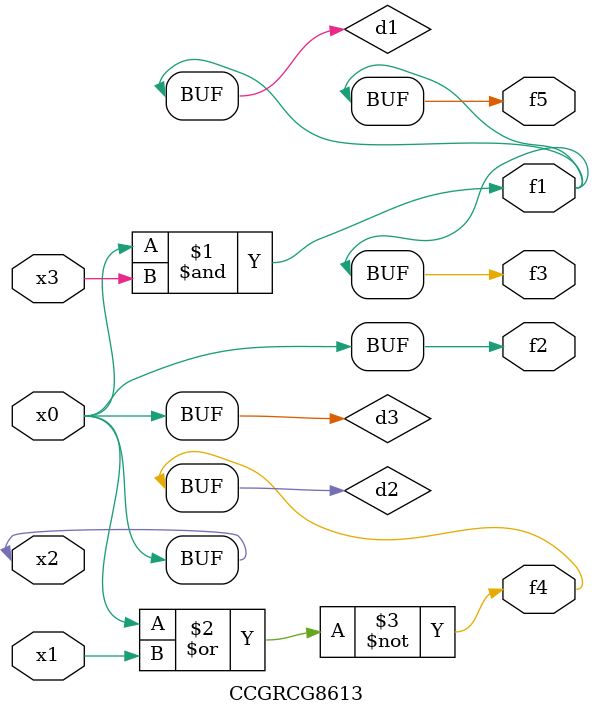
<source format=v>
module CCGRCG8613(
	input x0, x1, x2, x3,
	output f1, f2, f3, f4, f5
);

	wire d1, d2, d3;

	and (d1, x2, x3);
	nor (d2, x0, x1);
	buf (d3, x0, x2);
	assign f1 = d1;
	assign f2 = d3;
	assign f3 = d1;
	assign f4 = d2;
	assign f5 = d1;
endmodule

</source>
